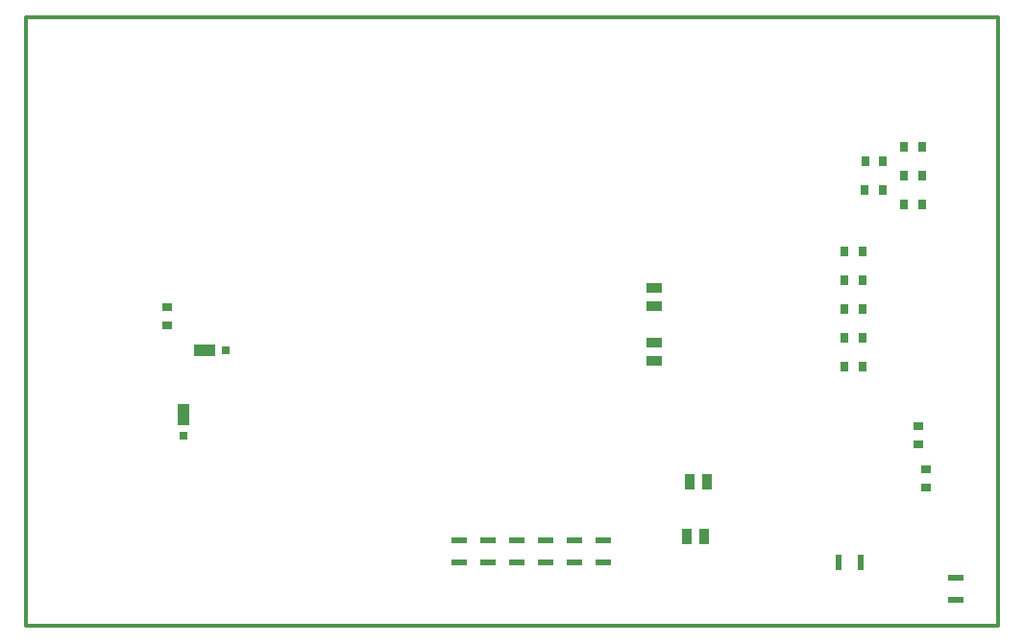
<source format=gbr>
G04 EasyPC Gerber Version 21.0.3 Build 4286 *
G04 #@! TF.Part,Single*
G04 #@! TF.FileFunction,Paste,Bot *
G04 #@! TF.FilePolarity,Positive *
%FSLAX35Y35*%
%MOIN*%
G04 #@! TA.AperFunction,SMDPad*
%ADD82R,0.02041X0.05387*%
%ADD75R,0.03143X0.03537*%
%ADD78R,0.03616X0.05387*%
%ADD79R,0.03931X0.07474*%
%ADD74R,0.05387X0.02041*%
%ADD76R,0.03537X0.03143*%
%ADD77R,0.05387X0.03616*%
%ADD81R,0.07474X0.03931*%
%ADD80R,0.02750X0.02750*%
G04 #@! TD.AperFunction*
%ADD73C,0.01200*%
X0Y0D02*
D02*
D73*
X600Y600D02*
X338013D01*
Y212100*
X600*
Y600*
D02*
D74*
X150850Y22625D03*
Y30499D03*
X160850Y22625D03*
Y30499D03*
X170850Y22625D03*
Y30499D03*
X180850Y22625D03*
Y30499D03*
X190850Y22625D03*
Y30499D03*
X200850Y22625D03*
Y30499D03*
X323100Y9625D03*
Y17499D03*
D02*
D75*
X284450Y90812D03*
Y100812D03*
Y110812D03*
Y120812D03*
Y130812D03*
X290750Y90812D03*
Y100812D03*
Y110812D03*
Y120812D03*
Y130812D03*
X291614Y151850D03*
X291700Y161850D03*
X297913Y151850D03*
X298000Y161850D03*
X305114Y146850D03*
X305364Y156850D03*
Y166850D03*
X311413Y146850D03*
X311663Y156850D03*
Y166850D03*
D02*
D76*
X49423Y104936D03*
Y111235D03*
X310100Y63662D03*
Y69961D03*
X312850Y48662D03*
Y54961D03*
D02*
D77*
X218600Y92662D03*
Y98961D03*
Y111662D03*
Y117961D03*
D02*
D78*
X229700Y31562D03*
X230700Y50812D03*
X236000Y31562D03*
X237000Y50812D03*
D02*
D79*
X55092Y74030D03*
D02*
D80*
Y66550D03*
X69935Y96274D03*
D02*
D81*
X62454D03*
D02*
D82*
X282413Y22812D03*
X290287D03*
X0Y0D02*
M02*

</source>
